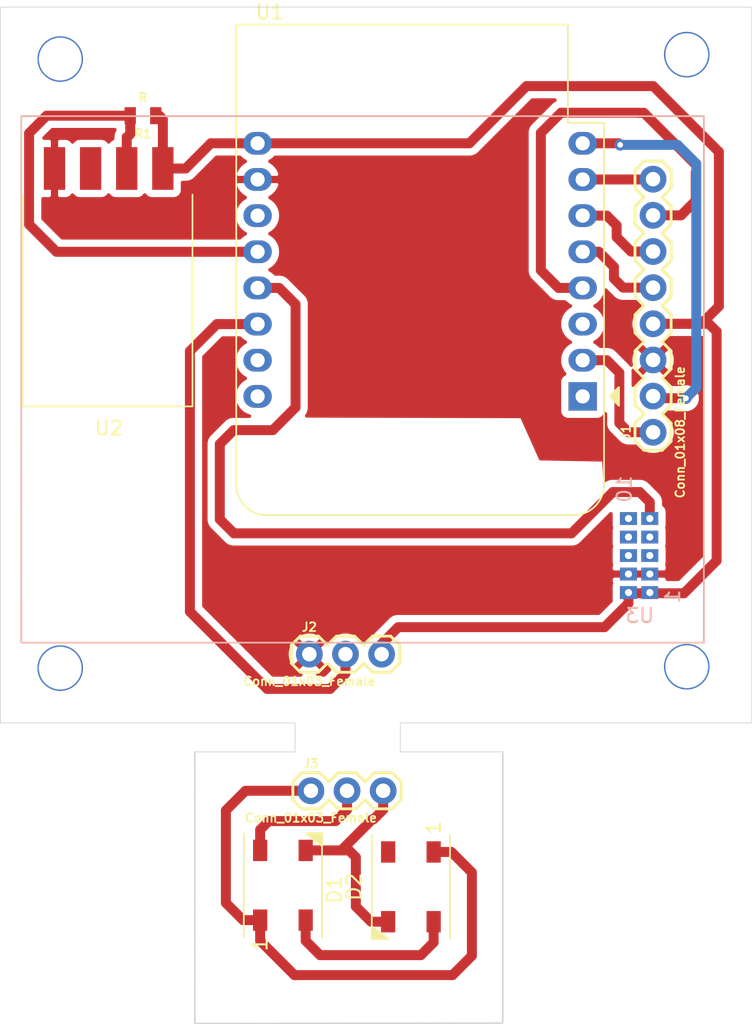
<source format=kicad_pcb>
(kicad_pcb (version 20171130) (host pcbnew 5.1.2)

  (general
    (thickness 1.6)
    (drawings 12)
    (tracks 127)
    (zones 0)
    (modules 15)
    (nets 25)
  )

  (page A4)
  (layers
    (0 F.Cu signal)
    (31 B.Cu signal)
    (32 B.Adhes user)
    (33 F.Adhes user)
    (34 B.Paste user)
    (35 F.Paste user)
    (36 B.SilkS user)
    (37 F.SilkS user)
    (38 B.Mask user)
    (39 F.Mask user)
    (40 Dwgs.User user)
    (41 Cmts.User user)
    (42 Eco1.User user)
    (43 Eco2.User user)
    (44 Edge.Cuts user)
    (45 Margin user)
    (46 B.CrtYd user)
    (47 F.CrtYd user)
    (48 B.Fab user)
    (49 F.Fab user)
  )

  (setup
    (last_trace_width 0.25)
    (user_trace_width 0.7)
    (trace_clearance 0.2)
    (zone_clearance 0.508)
    (zone_45_only no)
    (trace_min 0.2)
    (via_size 0.8)
    (via_drill 0.4)
    (via_min_size 0.4)
    (via_min_drill 0.3)
    (uvia_size 0.3)
    (uvia_drill 0.1)
    (uvias_allowed no)
    (uvia_min_size 0.2)
    (uvia_min_drill 0.1)
    (edge_width 0.05)
    (segment_width 0.2)
    (pcb_text_width 0.3)
    (pcb_text_size 1.5 1.5)
    (mod_edge_width 0.12)
    (mod_text_size 1 1)
    (mod_text_width 0.15)
    (pad_size 0.8128 0.8128)
    (pad_drill 0.8)
    (pad_to_mask_clearance 0.051)
    (solder_mask_min_width 0.25)
    (aux_axis_origin 85.2 103.6)
    (visible_elements FFFFFF7F)
    (pcbplotparams
      (layerselection 0x3ffff_ffffffff)
      (usegerberextensions false)
      (usegerberattributes false)
      (usegerberadvancedattributes false)
      (creategerberjobfile false)
      (gerberprecision 5)
      (excludeedgelayer false)
      (linewidth 0.100000)
      (plotframeref false)
      (viasonmask false)
      (mode 1)
      (useauxorigin true)
      (hpglpennumber 1)
      (hpglpenspeed 20)
      (hpglpendiameter 15.000000)
      (psnegative false)
      (psa4output false)
      (plotreference false)
      (plotvalue false)
      (plotinvisibletext false)
      (padsonsilk true)
      (subtractmaskfromsilk false)
      (outputformat 1)
      (mirror false)
      (drillshape 0)
      (scaleselection 1)
      (outputdirectory "Gerbers/"))
  )

  (net 0 "")
  (net 1 +5V)
  (net 2 "Net-(D1-Pad2)")
  (net 3 GND)
  (net 4 "Net-(D2-Pad2)")
  (net 5 "Net-(U1-Pad1)")
  (net 6 "Net-(U1-Pad3)")
  (net 7 "Net-(U1-Pad11)")
  (net 8 "Net-(U1-Pad15)")
  (net 9 "Net-(U1-Pad16)")
  (net 10 "Net-(U2-Pad3)")
  (net 11 "Net-(U3-Pad5)")
  (net 12 "Net-(U3-Pad6)")
  (net 13 "Net-(U3-Pad7)")
  (net 14 "Net-(U3-Pad8)")
  (net 15 "Net-(U3-Pad10)")
  (net 16 "Net-(J1-Pad1)")
  (net 17 "Net-(J1-Pad2)")
  (net 18 /CS)
  (net 19 /MISO)
  (net 20 /D1)
  (net 21 /SCK)
  (net 22 /MOSI)
  (net 23 /D3)
  (net 24 /D2)

  (net_class Default "Esta es la clase de red por defecto."
    (clearance 0.2)
    (trace_width 0.25)
    (via_dia 0.8)
    (via_drill 0.4)
    (uvia_dia 0.3)
    (uvia_drill 0.1)
    (add_net +5V)
    (add_net /CS)
    (add_net /D1)
    (add_net /D2)
    (add_net /D3)
    (add_net /MISO)
    (add_net /MOSI)
    (add_net /SCK)
    (add_net GND)
    (add_net "Net-(D1-Pad2)")
    (add_net "Net-(D2-Pad2)")
    (add_net "Net-(J1-Pad1)")
    (add_net "Net-(J1-Pad2)")
    (add_net "Net-(U1-Pad1)")
    (add_net "Net-(U1-Pad11)")
    (add_net "Net-(U1-Pad15)")
    (add_net "Net-(U1-Pad16)")
    (add_net "Net-(U1-Pad3)")
    (add_net "Net-(U2-Pad3)")
    (add_net "Net-(U3-Pad10)")
    (add_net "Net-(U3-Pad5)")
    (add_net "Net-(U3-Pad6)")
    (add_net "Net-(U3-Pad7)")
    (add_net "Net-(U3-Pad8)")
  )

  (module Connectors:1X01_POGOPIN_HOLE_0.58_DIA (layer F.Cu) (tedit 5D043ED5) (tstamp 5D049C19)
    (at 108.1 83.1)
    (descr "POGO PIN HOLE - 0.58\"")
    (tags "POGO PIN HOLE - 0.58\"")
    (attr virtual)
    (fp_text reference >NAME (at 0.254 -1.4478) (layer F.SilkS) hide
      (effects (font (size 0.6096 0.6096) (thickness 0.127)))
    )
    (fp_text value >VALUE (at 0.5588 1.4732) (layer F.SilkS) hide
      (effects (font (size 0.6096 0.6096) (thickness 0.127)))
    )
    (fp_circle (center 0 0) (end 0 -0.635) (layer Dwgs.User) (width 0.127))
    (pad "" np_thru_hole circle (at 0 0) (size 0.8128 0.8128) (drill 0.8) (layers *.Cu *.Mask)
      (solder_mask_margin 0.1016))
    (pad "" np_thru_hole circle (at 0 0) (size 1.4732 1.4732) (drill 1.4732) (layers *.Cu *.Mask)
      (solder_mask_margin 0.1016))
  )

  (module Connectors:1X01_POGOPIN_HOLE_0.58_DIA (layer F.Cu) (tedit 5D043ED5) (tstamp 5D049C69)
    (at 111.125 83.1)
    (descr "POGO PIN HOLE - 0.58\"")
    (tags "POGO PIN HOLE - 0.58\"")
    (attr virtual)
    (fp_text reference >NAME (at 0.254 -1.4478) (layer F.SilkS) hide
      (effects (font (size 0.6096 0.6096) (thickness 0.127)))
    )
    (fp_text value >VALUE (at 0.5588 1.4732) (layer F.SilkS) hide
      (effects (font (size 0.6096 0.6096) (thickness 0.127)))
    )
    (fp_circle (center 0 0) (end 0 -0.635) (layer Dwgs.User) (width 0.127))
    (pad "" np_thru_hole circle (at 0 0) (size 1.4732 1.4732) (drill 1.4732) (layers *.Cu *.Mask)
      (solder_mask_margin 0.1016))
    (pad "" np_thru_hole circle (at 0 0) (size 0.8128 0.8128) (drill 0.8) (layers *.Cu *.Mask)
      (solder_mask_margin 0.1016))
  )

  (module MiscLib:LED_WS2812B_PLCC4_5.0x5.0mm_P3.2mm (layer F.Cu) (tedit 5CAF831E) (tstamp 5D057ABF)
    (at 105.07 93.795 90)
    (descr https://cdn-shop.adafruit.com/datasheets/WS2812B.pdf)
    (tags "LED RGB NeoPixel")
    (path /5CAEA12F)
    (attr smd)
    (fp_text reference D1 (at -0.32 3.61 90) (layer F.SilkS)
      (effects (font (size 1 1) (thickness 0.15)))
    )
    (fp_text value WS2812B (at 0 4 90) (layer F.Fab) hide
      (effects (font (size 1 1) (thickness 0.15)))
    )
    (fp_poly (pts (xy 3.6195 1.6129) (xy 2.7305 2.7686) (xy 3.683 2.7686) (xy 3.6703 1.6637)) (layer F.SilkS) (width 0.1))
    (fp_text user 1 (at -4.15 -1.6 90) (layer F.SilkS)
      (effects (font (size 1 1) (thickness 0.15)))
    )
    (fp_text user %R (at 0 0 90) (layer F.Fab)
      (effects (font (size 0.8 0.8) (thickness 0.15)))
    )
    (fp_line (start 3.45 -2.75) (end -3.45 -2.75) (layer F.CrtYd) (width 0.05))
    (fp_line (start 3.45 2.75) (end 3.45 -2.75) (layer F.CrtYd) (width 0.05))
    (fp_line (start -3.45 2.75) (end 3.45 2.75) (layer F.CrtYd) (width 0.05))
    (fp_line (start -3.45 -2.75) (end -3.45 2.75) (layer F.CrtYd) (width 0.05))
    (fp_line (start 2.5 1.5) (end 1.5 2.5) (layer F.Fab) (width 0.1))
    (fp_line (start -2.5 -2.5) (end -2.5 2.5) (layer F.Fab) (width 0.1))
    (fp_line (start -2.5 2.5) (end 2.5 2.5) (layer F.Fab) (width 0.1))
    (fp_line (start 2.5 2.5) (end 2.5 -2.5) (layer F.Fab) (width 0.1))
    (fp_line (start 2.5 -2.5) (end -2.5 -2.5) (layer F.Fab) (width 0.1))
    (fp_line (start -3.65 -2.75) (end 3.65 -2.75) (layer F.SilkS) (width 0.12))
    (fp_line (start -3.65 2.75) (end 3.65 2.75) (layer F.SilkS) (width 0.12))
    (fp_line (start 3.65 2.75) (end 3.65 1.6) (layer F.SilkS) (width 0.12))
    (fp_circle (center 0 0) (end 0 -2) (layer F.Fab) (width 0.1))
    (pad 3 smd rect (at 2.45 1.6 90) (size 1.5 1) (layers F.Cu F.Paste F.Mask)
      (net 3 GND))
    (pad 4 smd rect (at 2.45 -1.6 90) (size 1.5 1) (layers F.Cu F.Paste F.Mask)
      (net 20 /D1))
    (pad 2 smd rect (at -2.45 1.6 90) (size 1.5 1) (layers F.Cu F.Paste F.Mask)
      (net 2 "Net-(D1-Pad2)"))
    (pad 1 smd rect (at -2.45 -1.6 90) (size 1.5 1) (layers F.Cu F.Paste F.Mask)
      (net 1 +5V))
    (model ${KISYS3DMOD}/LED_SMD.3dshapes/LED_WS2812B_PLCC4_5.0x5.0mm_P3.2mm.wrl
      (at (xyz 0 0 0))
      (scale (xyz 1 1 1))
      (rotate (xyz 0 0 0))
    )
  )

  (module MiscLib:LED_WS2812B_PLCC4_5.0x5.0mm_P3.2mm (layer F.Cu) (tedit 5CAF831E) (tstamp 5D057A7A)
    (at 114.07 93.905 270)
    (descr https://cdn-shop.adafruit.com/datasheets/WS2812B.pdf)
    (tags "LED RGB NeoPixel")
    (path /5CAE909A)
    (attr smd)
    (fp_text reference D2 (at 0 4 90) (layer F.SilkS)
      (effects (font (size 1 1) (thickness 0.15)))
    )
    (fp_text value WS2812B (at 0 4 90) (layer F.Fab) hide
      (effects (font (size 1 1) (thickness 0.15)))
    )
    (fp_poly (pts (xy 3.6195 1.6129) (xy 2.7305 2.7686) (xy 3.683 2.7686) (xy 3.6703 1.6637)) (layer F.SilkS) (width 0.1))
    (fp_text user 1 (at -4.15 -1.6 90) (layer F.SilkS)
      (effects (font (size 1 1) (thickness 0.15)))
    )
    (fp_text user %R (at 0 0 270) (layer F.Fab)
      (effects (font (size 0.8 0.8) (thickness 0.15)))
    )
    (fp_line (start 3.45 -2.75) (end -3.45 -2.75) (layer F.CrtYd) (width 0.05))
    (fp_line (start 3.45 2.75) (end 3.45 -2.75) (layer F.CrtYd) (width 0.05))
    (fp_line (start -3.45 2.75) (end 3.45 2.75) (layer F.CrtYd) (width 0.05))
    (fp_line (start -3.45 -2.75) (end -3.45 2.75) (layer F.CrtYd) (width 0.05))
    (fp_line (start 2.5 1.5) (end 1.5 2.5) (layer F.Fab) (width 0.1))
    (fp_line (start -2.5 -2.5) (end -2.5 2.5) (layer F.Fab) (width 0.1))
    (fp_line (start -2.5 2.5) (end 2.5 2.5) (layer F.Fab) (width 0.1))
    (fp_line (start 2.5 2.5) (end 2.5 -2.5) (layer F.Fab) (width 0.1))
    (fp_line (start 2.5 -2.5) (end -2.5 -2.5) (layer F.Fab) (width 0.1))
    (fp_line (start -3.65 -2.75) (end 3.65 -2.75) (layer F.SilkS) (width 0.12))
    (fp_line (start -3.65 2.75) (end 3.65 2.75) (layer F.SilkS) (width 0.12))
    (fp_line (start 3.65 2.75) (end 3.65 1.6) (layer F.SilkS) (width 0.12))
    (fp_circle (center 0 0) (end 0 -2) (layer F.Fab) (width 0.1))
    (pad 3 smd rect (at 2.45 1.6 270) (size 1.5 1) (layers F.Cu F.Paste F.Mask)
      (net 3 GND))
    (pad 4 smd rect (at 2.45 -1.6 270) (size 1.5 1) (layers F.Cu F.Paste F.Mask)
      (net 2 "Net-(D1-Pad2)"))
    (pad 2 smd rect (at -2.45 1.6 270) (size 1.5 1) (layers F.Cu F.Paste F.Mask)
      (net 4 "Net-(D2-Pad2)"))
    (pad 1 smd rect (at -2.45 -1.6 270) (size 1.5 1) (layers F.Cu F.Paste F.Mask)
      (net 1 +5V))
    (model ${KISYS3DMOD}/LED_SMD.3dshapes/LED_WS2812B_PLCC4_5.0x5.0mm_P3.2mm.wrl
      (at (xyz 0 0 0))
      (scale (xyz 1 1 1))
      (rotate (xyz 0 0 0))
    )
  )

  (module Connectors:1X03 (layer F.Cu) (tedit 200000) (tstamp 5D057A17)
    (at 107.04 87.155)
    (descr "PLATED THROUGH HOLE - 3 PIN")
    (tags "PLATED THROUGH HOLE - 3 PIN")
    (path /5CD7D28C)
    (attr virtual)
    (fp_text reference J3 (at 0 -1.905) (layer F.SilkS)
      (effects (font (size 0.6096 0.6096) (thickness 0.127)))
    )
    (fp_text value Conn_01x03_Female (at 0 1.905) (layer F.SilkS)
      (effects (font (size 0.6096 0.6096) (thickness 0.127)))
    )
    (fp_line (start 4.826 0.254) (end 5.334 0.254) (layer Dwgs.User) (width 0.06604))
    (fp_line (start 5.334 0.254) (end 5.334 -0.254) (layer Dwgs.User) (width 0.06604))
    (fp_line (start 4.826 -0.254) (end 5.334 -0.254) (layer Dwgs.User) (width 0.06604))
    (fp_line (start 4.826 0.254) (end 4.826 -0.254) (layer Dwgs.User) (width 0.06604))
    (fp_line (start 2.286 0.254) (end 2.794 0.254) (layer Dwgs.User) (width 0.06604))
    (fp_line (start 2.794 0.254) (end 2.794 -0.254) (layer Dwgs.User) (width 0.06604))
    (fp_line (start 2.286 -0.254) (end 2.794 -0.254) (layer Dwgs.User) (width 0.06604))
    (fp_line (start 2.286 0.254) (end 2.286 -0.254) (layer Dwgs.User) (width 0.06604))
    (fp_line (start -0.254 0.254) (end 0.254 0.254) (layer Dwgs.User) (width 0.06604))
    (fp_line (start 0.254 0.254) (end 0.254 -0.254) (layer Dwgs.User) (width 0.06604))
    (fp_line (start -0.254 -0.254) (end 0.254 -0.254) (layer Dwgs.User) (width 0.06604))
    (fp_line (start -0.254 0.254) (end -0.254 -0.254) (layer Dwgs.User) (width 0.06604))
    (fp_line (start 3.81 -0.635) (end 4.445 -1.27) (layer F.SilkS) (width 0.2032))
    (fp_line (start 4.445 -1.27) (end 5.715 -1.27) (layer F.SilkS) (width 0.2032))
    (fp_line (start 5.715 -1.27) (end 6.35 -0.635) (layer F.SilkS) (width 0.2032))
    (fp_line (start 6.35 0.635) (end 5.715 1.27) (layer F.SilkS) (width 0.2032))
    (fp_line (start 5.715 1.27) (end 4.445 1.27) (layer F.SilkS) (width 0.2032))
    (fp_line (start 4.445 1.27) (end 3.81 0.635) (layer F.SilkS) (width 0.2032))
    (fp_line (start -0.635 -1.27) (end 0.635 -1.27) (layer F.SilkS) (width 0.2032))
    (fp_line (start 0.635 -1.27) (end 1.27 -0.635) (layer F.SilkS) (width 0.2032))
    (fp_line (start 1.27 0.635) (end 0.635 1.27) (layer F.SilkS) (width 0.2032))
    (fp_line (start 1.27 -0.635) (end 1.905 -1.27) (layer F.SilkS) (width 0.2032))
    (fp_line (start 1.905 -1.27) (end 3.175 -1.27) (layer F.SilkS) (width 0.2032))
    (fp_line (start 3.175 -1.27) (end 3.81 -0.635) (layer F.SilkS) (width 0.2032))
    (fp_line (start 3.81 0.635) (end 3.175 1.27) (layer F.SilkS) (width 0.2032))
    (fp_line (start 3.175 1.27) (end 1.905 1.27) (layer F.SilkS) (width 0.2032))
    (fp_line (start 1.905 1.27) (end 1.27 0.635) (layer F.SilkS) (width 0.2032))
    (fp_line (start -1.27 -0.635) (end -1.27 0.635) (layer F.SilkS) (width 0.2032))
    (fp_line (start -0.635 -1.27) (end -1.27 -0.635) (layer F.SilkS) (width 0.2032))
    (fp_line (start -1.27 0.635) (end -0.635 1.27) (layer F.SilkS) (width 0.2032))
    (fp_line (start 0.635 1.27) (end -0.635 1.27) (layer F.SilkS) (width 0.2032))
    (fp_line (start 6.35 -0.635) (end 6.35 0.635) (layer F.SilkS) (width 0.2032))
    (pad 1 thru_hole circle (at 0 0) (size 1.8796 1.8796) (drill 1.016) (layers *.Cu *.Mask)
      (net 1 +5V) (solder_mask_margin 0.1016))
    (pad 2 thru_hole circle (at 2.54 0) (size 1.8796 1.8796) (drill 1.016) (layers *.Cu *.Mask)
      (net 20 /D1) (solder_mask_margin 0.1016))
    (pad 3 thru_hole circle (at 5.08 0) (size 1.8796 1.8796) (drill 1.016) (layers *.Cu *.Mask)
      (net 3 GND) (solder_mask_margin 0.1016))
  )

  (module Connectors:PAD.03X.04 (layer F.Cu) (tedit 5CD6F061) (tstamp 5CD6F3F0)
    (at 89.41 78.54)
    (descr "ELECTRICALLY CONDUCTIVE PAD 0.04\" CIRCLE")
    (tags "ELECTRICALLY CONDUCTIVE PAD 0.04\" CIRCLE")
    (attr smd)
    (fp_text reference Ref** (at 0 -1.143) (layer F.SilkS) hide
      (effects (font (size 0.6096 0.6096) (thickness 0.127)))
    )
    (fp_text value Val** (at 0 1.143) (layer F.SilkS) hide
      (effects (font (size 0.6096 0.6096) (thickness 0.127)))
    )
    (pad "" np_thru_hole circle (at 0 0) (size 3.2 3.2) (drill 3) (layers *.Cu *.Mask)
      (solder_mask_margin 0.1016))
  )

  (module Connectors:PAD.03X.04 (layer F.Cu) (tedit 5CD6F061) (tstamp 5CD6F3E8)
    (at 133.47 78.44)
    (descr "ELECTRICALLY CONDUCTIVE PAD 0.04\" CIRCLE")
    (tags "ELECTRICALLY CONDUCTIVE PAD 0.04\" CIRCLE")
    (attr smd)
    (fp_text reference Ref** (at 0 -1.143) (layer F.SilkS) hide
      (effects (font (size 0.6096 0.6096) (thickness 0.127)))
    )
    (fp_text value Val** (at 0 1.143) (layer F.SilkS) hide
      (effects (font (size 0.6096 0.6096) (thickness 0.127)))
    )
    (pad "" np_thru_hole circle (at 0 0) (size 3.2 3.2) (drill 3) (layers *.Cu *.Mask)
      (solder_mask_margin 0.1016))
  )

  (module Connectors:PAD.03X.04 (layer F.Cu) (tedit 5CD6F061) (tstamp 5CD6F3E0)
    (at 133.47 35.44)
    (descr "ELECTRICALLY CONDUCTIVE PAD 0.04\" CIRCLE")
    (tags "ELECTRICALLY CONDUCTIVE PAD 0.04\" CIRCLE")
    (attr smd)
    (fp_text reference Ref** (at 0 -1.143) (layer F.SilkS) hide
      (effects (font (size 0.6096 0.6096) (thickness 0.127)))
    )
    (fp_text value Val** (at 0 1.143) (layer F.SilkS) hide
      (effects (font (size 0.6096 0.6096) (thickness 0.127)))
    )
    (pad "" np_thru_hole circle (at 0 0) (size 3.2 3.2) (drill 3) (layers *.Cu *.Mask)
      (solder_mask_margin 0.1016))
  )

  (module Connectors:PAD.03X.04 (layer F.Cu) (tedit 5CD6F061) (tstamp 5CD6F31B)
    (at 89.41 35.75)
    (descr "ELECTRICALLY CONDUCTIVE PAD 0.04\" CIRCLE")
    (tags "ELECTRICALLY CONDUCTIVE PAD 0.04\" CIRCLE")
    (attr smd)
    (fp_text reference Ref** (at 0 -1.143) (layer F.SilkS) hide
      (effects (font (size 0.6096 0.6096) (thickness 0.127)))
    )
    (fp_text value Val** (at 0 1.143) (layer F.SilkS) hide
      (effects (font (size 0.6096 0.6096) (thickness 0.127)))
    )
    (pad "" np_thru_hole circle (at 0 0) (size 3.2 3.2) (drill 3) (layers *.Cu *.Mask)
      (solder_mask_margin 0.1016))
  )

  (module Module:WEMOS_D1_mini_light (layer F.Cu) (tedit 5BBFB1CE) (tstamp 5CAFE388)
    (at 126.15 59.45 180)
    (descr "16-pin module, column spacing 22.86 mm (900 mils), https://wiki.wemos.cc/products:d1:d1_mini, https://c1.staticflickr.com/1/734/31400410271_f278b087db_z.jpg")
    (tags "ESP8266 WiFi microcontroller")
    (path /5CAE606E)
    (fp_text reference U1 (at 22 27 180) (layer F.SilkS)
      (effects (font (size 1 1) (thickness 0.15)))
    )
    (fp_text value WeMos_D1_mini (at 11.7 0 180) (layer F.Fab)
      (effects (font (size 1 1) (thickness 0.15)))
    )
    (fp_text user "No copper" (at 11.43 -3.81 180) (layer Cmts.User)
      (effects (font (size 1 1) (thickness 0.15)))
    )
    (fp_text user "KEEP OUT" (at 11.43 -6.35 180) (layer Cmts.User)
      (effects (font (size 1 1) (thickness 0.15)))
    )
    (fp_arc (start 22.23 -6.21) (end 24.36 -6.21) (angle -90) (layer F.SilkS) (width 0.12))
    (fp_arc (start 0.63 -6.21) (end 0.63 -8.34) (angle -90) (layer F.SilkS) (width 0.12))
    (fp_line (start 1.04 19.22) (end 1.04 26.12) (layer F.SilkS) (width 0.12))
    (fp_line (start -1.5 19.22) (end 1.04 19.22) (layer F.SilkS) (width 0.12))
    (fp_arc (start 22.23 -6.21) (end 24.23 -6.19) (angle -90) (layer F.Fab) (width 0.1))
    (fp_arc (start 0.63 -6.21) (end 0.63 -8.21) (angle -90) (layer F.Fab) (width 0.1))
    (fp_line (start -0.37 0) (end -1.37 -1) (layer F.Fab) (width 0.1))
    (fp_line (start -1.37 1) (end -0.37 0) (layer F.Fab) (width 0.1))
    (fp_line (start -1.37 -6.21) (end -1.37 -1) (layer F.Fab) (width 0.1))
    (fp_line (start 1.17 19.09) (end 1.17 25.99) (layer F.Fab) (width 0.1))
    (fp_line (start -1.37 19.09) (end 1.17 19.09) (layer F.Fab) (width 0.1))
    (fp_line (start -1.35 -7.4) (end -0.55 -8.2) (layer Dwgs.User) (width 0.1))
    (fp_line (start -1.3 -5.45) (end 1.45 -8.2) (layer Dwgs.User) (width 0.1))
    (fp_line (start -1.35 -3.4) (end 3.45 -8.2) (layer Dwgs.User) (width 0.1))
    (fp_line (start 22.65 -1.4) (end 24.25 -3) (layer Dwgs.User) (width 0.1))
    (fp_line (start 20.65 -1.4) (end 24.25 -5) (layer Dwgs.User) (width 0.1))
    (fp_line (start 18.65 -1.4) (end 24.25 -7) (layer Dwgs.User) (width 0.1))
    (fp_line (start 16.65 -1.4) (end 23.45 -8.2) (layer Dwgs.User) (width 0.1))
    (fp_line (start 14.65 -1.4) (end 21.45 -8.2) (layer Dwgs.User) (width 0.1))
    (fp_line (start 12.65 -1.4) (end 19.45 -8.2) (layer Dwgs.User) (width 0.1))
    (fp_line (start 10.65 -1.4) (end 17.45 -8.2) (layer Dwgs.User) (width 0.1))
    (fp_line (start 8.65 -1.4) (end 15.45 -8.2) (layer Dwgs.User) (width 0.1))
    (fp_line (start 6.65 -1.4) (end 13.45 -8.2) (layer Dwgs.User) (width 0.1))
    (fp_line (start 4.65 -1.4) (end 11.45 -8.2) (layer Dwgs.User) (width 0.1))
    (fp_line (start 2.65 -1.4) (end 9.45 -8.2) (layer Dwgs.User) (width 0.1))
    (fp_line (start 0.65 -1.4) (end 7.45 -8.2) (layer Dwgs.User) (width 0.1))
    (fp_line (start -1.35 -1.4) (end 5.45 -8.2) (layer Dwgs.User) (width 0.1))
    (fp_line (start -1.35 -8.2) (end -1.35 -1.4) (layer Dwgs.User) (width 0.1))
    (fp_line (start 24.25 -8.2) (end -1.35 -8.2) (layer Dwgs.User) (width 0.1))
    (fp_line (start 24.25 -1.4) (end 24.25 -8.2) (layer Dwgs.User) (width 0.1))
    (fp_line (start -1.35 -1.4) (end 24.25 -1.4) (layer Dwgs.User) (width 0.1))
    (fp_poly (pts (xy -2.54 -0.635) (xy -2.54 0.635) (xy -1.905 0)) (layer F.SilkS) (width 0.15))
    (fp_line (start -1.62 26.24) (end -1.62 -8.46) (layer F.CrtYd) (width 0.05))
    (fp_line (start 24.48 26.24) (end -1.62 26.24) (layer F.CrtYd) (width 0.05))
    (fp_line (start 24.48 -8.41) (end 24.48 26.24) (layer F.CrtYd) (width 0.05))
    (fp_line (start -1.62 -8.46) (end 24.48 -8.46) (layer F.CrtYd) (width 0.05))
    (fp_text user %R (at 11.43 10 180) (layer F.Fab)
      (effects (font (size 1 1) (thickness 0.15)))
    )
    (fp_line (start -1.37 1) (end -1.37 19.09) (layer F.Fab) (width 0.1))
    (fp_line (start 22.23 -8.21) (end 0.63 -8.21) (layer F.Fab) (width 0.1))
    (fp_line (start 24.23 25.99) (end 24.23 -6.21) (layer F.Fab) (width 0.1))
    (fp_line (start 1.17 25.99) (end 24.23 25.99) (layer F.Fab) (width 0.1))
    (fp_line (start 22.24 -8.34) (end 0.63 -8.34) (layer F.SilkS) (width 0.12))
    (fp_line (start 24.36 26.12) (end 24.36 -6.21) (layer F.SilkS) (width 0.12))
    (fp_line (start -1.5 19.22) (end -1.5 -6.21) (layer F.SilkS) (width 0.12))
    (fp_line (start 1.04 26.12) (end 24.36 26.12) (layer F.SilkS) (width 0.12))
    (pad 16 thru_hole oval (at 22.86 0 180) (size 2 1.6) (drill 1) (layers *.Cu *.Mask)
      (net 9 "Net-(U1-Pad16)"))
    (pad 15 thru_hole oval (at 22.86 2.54 180) (size 2 1.6) (drill 1) (layers *.Cu *.Mask)
      (net 8 "Net-(U1-Pad15)"))
    (pad 14 thru_hole oval (at 22.86 5.08 180) (size 2 1.6) (drill 1) (layers *.Cu *.Mask)
      (net 20 /D1))
    (pad 13 thru_hole oval (at 22.86 7.62 180) (size 2 1.6) (drill 1) (layers *.Cu *.Mask)
      (net 24 /D2))
    (pad 12 thru_hole oval (at 22.86 10.16 180) (size 2 1.6) (drill 1) (layers *.Cu *.Mask)
      (net 23 /D3))
    (pad 11 thru_hole oval (at 22.86 12.7 180) (size 2 1.6) (drill 1) (layers *.Cu *.Mask)
      (net 7 "Net-(U1-Pad11)"))
    (pad 10 thru_hole oval (at 22.86 15.24 180) (size 2 1.6) (drill 1) (layers *.Cu *.Mask)
      (net 3 GND))
    (pad 9 thru_hole oval (at 22.86 17.78 180) (size 2 1.6) (drill 1) (layers *.Cu *.Mask)
      (net 1 +5V))
    (pad 8 thru_hole oval (at 0 17.78 180) (size 2 1.6) (drill 1) (layers *.Cu *.Mask)
      (net 17 "Net-(J1-Pad2)"))
    (pad 7 thru_hole oval (at 0 15.24 180) (size 2 1.6) (drill 1) (layers *.Cu *.Mask)
      (net 18 /CS))
    (pad 6 thru_hole oval (at 0 12.7 180) (size 2 1.6) (drill 1) (layers *.Cu *.Mask)
      (net 22 /MOSI))
    (pad 5 thru_hole oval (at 0 10.16 180) (size 2 1.6) (drill 1) (layers *.Cu *.Mask)
      (net 19 /MISO))
    (pad 4 thru_hole oval (at 0 7.62 180) (size 2 1.6) (drill 1) (layers *.Cu *.Mask)
      (net 21 /SCK))
    (pad 3 thru_hole oval (at 0 5.08 180) (size 2 1.6) (drill 1) (layers *.Cu *.Mask)
      (net 6 "Net-(U1-Pad3)"))
    (pad 1 thru_hole rect (at 0 0 180) (size 2 2) (drill 1) (layers *.Cu *.Mask)
      (net 5 "Net-(U1-Pad1)"))
    (pad 2 thru_hole oval (at 0 2.54 180) (size 2 1.6) (drill 1) (layers *.Cu *.Mask)
      (net 16 "Net-(J1-Pad1)"))
    (model ${KISYS3DMOD}/Module.3dshapes/WEMOS_D1_mini_light.wrl
      (at (xyz 0 0 0))
      (scale (xyz 1 1 1))
      (rotate (xyz 0 0 0))
    )
    (model ${KISYS3DMOD}/Connector_PinHeader_2.54mm.3dshapes/PinHeader_1x08_P2.54mm_Vertical.wrl
      (offset (xyz 0 0 9.5))
      (scale (xyz 1 1 1))
      (rotate (xyz 0 -180 0))
    )
    (model ${KISYS3DMOD}/Connector_PinHeader_2.54mm.3dshapes/PinHeader_1x08_P2.54mm_Vertical.wrl
      (offset (xyz 22.86 0 9.5))
      (scale (xyz 1 1 1))
      (rotate (xyz 0 -180 0))
    )
    (model ${KISYS3DMOD}/Connector_PinSocket_2.54mm.3dshapes/PinSocket_1x08_P2.54mm_Vertical.wrl
      (at (xyz 0 0 0))
      (scale (xyz 1 1 1))
      (rotate (xyz 0 0 0))
    )
    (model ${KISYS3DMOD}/Connector_PinSocket_2.54mm.3dshapes/PinSocket_1x08_P2.54mm_Vertical.wrl
      (offset (xyz 22.86 0 0))
      (scale (xyz 1 1 1))
      (rotate (xyz 0 0 0))
    )
  )

  (module Connectors:1X08 (layer F.Cu) (tedit 5963D6A3) (tstamp 5CD6E732)
    (at 131.1 61.97 90)
    (descr "PLATED THROUGH HOLE -8 PIN")
    (tags "PLATED THROUGH HOLE -8 PIN")
    (path /5CD12394)
    (attr virtual)
    (fp_text reference J1 (at 0 -1.905 90) (layer F.SilkS)
      (effects (font (size 0.6096 0.6096) (thickness 0.127)))
    )
    (fp_text value Conn_01x08_Female (at 0 1.905 90) (layer F.SilkS)
      (effects (font (size 0.6096 0.6096) (thickness 0.127)))
    )
    (fp_line (start 18.415 1.27) (end 17.145 1.27) (layer F.SilkS) (width 0.2032))
    (fp_line (start 16.51 0.635) (end 17.145 1.27) (layer F.SilkS) (width 0.2032))
    (fp_line (start 17.145 -1.27) (end 16.51 -0.635) (layer F.SilkS) (width 0.2032))
    (fp_line (start 19.05 0.635) (end 18.415 1.27) (layer F.SilkS) (width 0.2032))
    (fp_line (start 19.05 -0.635) (end 19.05 0.635) (layer F.SilkS) (width 0.2032))
    (fp_line (start 18.415 -1.27) (end 19.05 -0.635) (layer F.SilkS) (width 0.2032))
    (fp_line (start 17.145 -1.27) (end 18.415 -1.27) (layer F.SilkS) (width 0.2032))
    (fp_line (start 0.635 1.27) (end -0.635 1.27) (layer F.SilkS) (width 0.2032))
    (fp_line (start -1.27 0.635) (end -0.635 1.27) (layer F.SilkS) (width 0.2032))
    (fp_line (start -0.635 -1.27) (end -1.27 -0.635) (layer F.SilkS) (width 0.2032))
    (fp_line (start -1.27 -0.635) (end -1.27 0.635) (layer F.SilkS) (width 0.2032))
    (fp_line (start 1.905 1.27) (end 1.27 0.635) (layer F.SilkS) (width 0.2032))
    (fp_line (start 3.175 1.27) (end 1.905 1.27) (layer F.SilkS) (width 0.2032))
    (fp_line (start 3.81 0.635) (end 3.175 1.27) (layer F.SilkS) (width 0.2032))
    (fp_line (start 3.175 -1.27) (end 3.81 -0.635) (layer F.SilkS) (width 0.2032))
    (fp_line (start 1.905 -1.27) (end 3.175 -1.27) (layer F.SilkS) (width 0.2032))
    (fp_line (start 1.27 -0.635) (end 1.905 -1.27) (layer F.SilkS) (width 0.2032))
    (fp_line (start 1.27 0.635) (end 0.635 1.27) (layer F.SilkS) (width 0.2032))
    (fp_line (start 0.635 -1.27) (end 1.27 -0.635) (layer F.SilkS) (width 0.2032))
    (fp_line (start -0.635 -1.27) (end 0.635 -1.27) (layer F.SilkS) (width 0.2032))
    (fp_line (start 8.255 1.27) (end 6.985 1.27) (layer F.SilkS) (width 0.2032))
    (fp_line (start 6.35 0.635) (end 6.985 1.27) (layer F.SilkS) (width 0.2032))
    (fp_line (start 6.985 -1.27) (end 6.35 -0.635) (layer F.SilkS) (width 0.2032))
    (fp_line (start 4.445 1.27) (end 3.81 0.635) (layer F.SilkS) (width 0.2032))
    (fp_line (start 5.715 1.27) (end 4.445 1.27) (layer F.SilkS) (width 0.2032))
    (fp_line (start 6.35 0.635) (end 5.715 1.27) (layer F.SilkS) (width 0.2032))
    (fp_line (start 5.715 -1.27) (end 6.35 -0.635) (layer F.SilkS) (width 0.2032))
    (fp_line (start 4.445 -1.27) (end 5.715 -1.27) (layer F.SilkS) (width 0.2032))
    (fp_line (start 3.81 -0.635) (end 4.445 -1.27) (layer F.SilkS) (width 0.2032))
    (fp_line (start 9.525 1.27) (end 8.89 0.635) (layer F.SilkS) (width 0.2032))
    (fp_line (start 10.795 1.27) (end 9.525 1.27) (layer F.SilkS) (width 0.2032))
    (fp_line (start 11.43 0.635) (end 10.795 1.27) (layer F.SilkS) (width 0.2032))
    (fp_line (start 10.795 -1.27) (end 11.43 -0.635) (layer F.SilkS) (width 0.2032))
    (fp_line (start 9.525 -1.27) (end 10.795 -1.27) (layer F.SilkS) (width 0.2032))
    (fp_line (start 8.89 -0.635) (end 9.525 -1.27) (layer F.SilkS) (width 0.2032))
    (fp_line (start 8.89 0.635) (end 8.255 1.27) (layer F.SilkS) (width 0.2032))
    (fp_line (start 8.255 -1.27) (end 8.89 -0.635) (layer F.SilkS) (width 0.2032))
    (fp_line (start 6.985 -1.27) (end 8.255 -1.27) (layer F.SilkS) (width 0.2032))
    (fp_line (start 15.875 1.27) (end 14.605 1.27) (layer F.SilkS) (width 0.2032))
    (fp_line (start 13.97 0.635) (end 14.605 1.27) (layer F.SilkS) (width 0.2032))
    (fp_line (start 14.605 -1.27) (end 13.97 -0.635) (layer F.SilkS) (width 0.2032))
    (fp_line (start 12.065 1.27) (end 11.43 0.635) (layer F.SilkS) (width 0.2032))
    (fp_line (start 13.335 1.27) (end 12.065 1.27) (layer F.SilkS) (width 0.2032))
    (fp_line (start 13.97 0.635) (end 13.335 1.27) (layer F.SilkS) (width 0.2032))
    (fp_line (start 13.335 -1.27) (end 13.97 -0.635) (layer F.SilkS) (width 0.2032))
    (fp_line (start 12.065 -1.27) (end 13.335 -1.27) (layer F.SilkS) (width 0.2032))
    (fp_line (start 11.43 -0.635) (end 12.065 -1.27) (layer F.SilkS) (width 0.2032))
    (fp_line (start 16.51 0.635) (end 15.875 1.27) (layer F.SilkS) (width 0.2032))
    (fp_line (start 15.875 -1.27) (end 16.51 -0.635) (layer F.SilkS) (width 0.2032))
    (fp_line (start 14.605 -1.27) (end 15.875 -1.27) (layer F.SilkS) (width 0.2032))
    (pad 8 thru_hole circle (at 17.78 0 90) (size 1.8796 1.8796) (drill 1.016) (layers *.Cu *.Mask)
      (net 18 /CS) (solder_mask_margin 0.1016))
    (pad 7 thru_hole circle (at 15.24 0 90) (size 1.8796 1.8796) (drill 1.016) (layers *.Cu *.Mask)
      (net 21 /SCK) (solder_mask_margin 0.1016))
    (pad 6 thru_hole circle (at 12.7 0 90) (size 1.8796 1.8796) (drill 1.016) (layers *.Cu *.Mask)
      (net 22 /MOSI) (solder_mask_margin 0.1016))
    (pad 5 thru_hole circle (at 10.16 0 90) (size 1.8796 1.8796) (drill 1.016) (layers *.Cu *.Mask)
      (net 19 /MISO) (solder_mask_margin 0.1016))
    (pad 4 thru_hole circle (at 7.62 0 90) (size 1.8796 1.8796) (drill 1.016) (layers *.Cu *.Mask)
      (net 1 +5V) (solder_mask_margin 0.1016))
    (pad 3 thru_hole circle (at 5.08 0 90) (size 1.8796 1.8796) (drill 1.016) (layers *.Cu *.Mask)
      (net 3 GND) (solder_mask_margin 0.1016))
    (pad 2 thru_hole circle (at 2.54 0 90) (size 1.8796 1.8796) (drill 1.016) (layers *.Cu *.Mask)
      (net 17 "Net-(J1-Pad2)") (solder_mask_margin 0.1016))
    (pad 1 thru_hole circle (at 0 0 90) (size 1.8796 1.8796) (drill 1.016) (layers *.Cu *.Mask)
      (net 16 "Net-(J1-Pad1)") (solder_mask_margin 0.1016))
  )

  (module MiscLib:PMS7003 (layer B.Cu) (tedit 5CAF92C5) (tstamp 5CD5E840)
    (at 130.17 70.31 90)
    (path /5CAF4D74)
    (fp_text reference U3 (at -4.54 0 180) (layer B.SilkS)
      (effects (font (size 1 1) (thickness 0.15)) (justify mirror))
    )
    (fp_text value PMS7003 (at 0 -2.921 90) (layer B.Fab)
      (effects (font (size 1 1) (thickness 0.15)) (justify mirror))
    )
    (fp_line (start -6.44 -43.4848) (end -6.44 4.5085) (layer B.SilkS) (width 0.12))
    (fp_line (start -6.4389 -43.5) (end 30.5484 -43.4975) (layer B.SilkS) (width 0.12))
    (fp_line (start -3.6449 1.4859) (end 3.0734 1.4859) (layer B.CrtYd) (width 0.05))
    (fp_line (start 3.0734 1.4859) (end 3.0734 -1.5621) (layer B.CrtYd) (width 0.05))
    (fp_line (start -3.6703 -1.5494) (end -3.6703 1.4732) (layer B.CrtYd) (width 0.05))
    (fp_line (start 30.5484 -43.4975) (end 30.5484 4.5085) (layer B.SilkS) (width 0.12))
    (fp_line (start -6.4389 4.5025) (end 30.5562 4.5025) (layer B.SilkS) (width 0.12))
    (fp_text user 1 (at -3.206 2.312 90) (layer B.SilkS)
      (effects (font (size 1 1) (thickness 0.15)) (justify mirror))
    )
    (fp_text user 10 (at 4.344 -1.088 90) (layer B.SilkS)
      (effects (font (size 1 1) (thickness 0.15)) (justify mirror))
    )
    (fp_line (start -3.6449 -1.5621) (end 3.0734 -1.5621) (layer B.CrtYd) (width 0.05))
    (pad 1 thru_hole rect (at -2.921 0.7016 90) (size 0.9 1.2) (drill 0.5) (layers *.Cu *.Mask)
      (net 1 +5V))
    (pad 3 thru_hole rect (at -1.621 0.7016 90) (size 0.9 1.2) (drill 0.5) (layers *.Cu *.Mask)
      (net 3 GND))
    (pad 5 thru_hole rect (at -0.321 0.7016 90) (size 0.9 1.2) (drill 0.5) (layers *.Cu *.Mask)
      (net 11 "Net-(U3-Pad5)"))
    (pad 7 thru_hole rect (at 0.979 0.7016 90) (size 0.9 1.2) (drill 0.5) (layers *.Cu *.Mask)
      (net 13 "Net-(U3-Pad7)"))
    (pad 9 thru_hole rect (at 2.279 0.7016 90) (size 0.9 1.2) (drill 0.5) (layers *.Cu *.Mask)
      (net 24 /D2))
    (pad 2 thru_hole rect (at -2.921 -0.7984 90) (size 0.9 1.2) (drill 0.5) (layers *.Cu *.Mask)
      (net 1 +5V))
    (pad 4 thru_hole rect (at -1.621 -0.7984 90) (size 0.9 1.2) (drill 0.5) (layers *.Cu *.Mask)
      (net 3 GND))
    (pad 6 thru_hole rect (at -0.321 -0.7984 90) (size 0.9 1.2) (drill 0.5) (layers *.Cu *.Mask)
      (net 12 "Net-(U3-Pad6)"))
    (pad 8 thru_hole rect (at 0.979 -0.7984 90) (size 0.9 1.2) (drill 0.5) (layers *.Cu *.Mask)
      (net 14 "Net-(U3-Pad8)"))
    (pad 10 thru_hole rect (at 2.279 -0.7984 90) (size 0.9 1.2) (drill 0.5) (layers *.Cu *.Mask)
      (net 15 "Net-(U3-Pad10)"))
  )

  (module MiscLib:DHT11 (layer F.Cu) (tedit 5CAF5745) (tstamp 5CD6D165)
    (at 92.97 50.5 180)
    (path /5CAE88F5)
    (attr smd)
    (fp_text reference U2 (at 0.127 -11.176 180) (layer F.SilkS)
      (effects (font (size 1 1) (thickness 0.15)))
    )
    (fp_text value DHT11 (at -0.127 9.722 180) (layer F.Fab)
      (effects (font (size 1 1) (thickness 0.15)))
    )
    (fp_line (start 5.334 5.2324) (end -4.8768 5.2324) (layer F.CrtYd) (width 0.05))
    (fp_line (start -5.7404 5.2324) (end -5.7404 -9.6012) (layer F.SilkS) (width 0.12))
    (fp_line (start -4.8768 5.2376) (end -4.8768 8.7376) (layer F.CrtYd) (width 0.05))
    (fp_line (start 6.1976 -9.652) (end -5.7404 -9.652) (layer F.SilkS) (width 0.12))
    (fp_line (start 6.1976 5.1816) (end 6.1976 -9.652) (layer F.SilkS) (width 0.12))
    (fp_line (start 5.334 5.2376) (end 5.334 8.7376) (layer F.CrtYd) (width 0.05))
    (fp_line (start 5.334 8.7376) (end -4.8768 8.7376) (layer F.CrtYd) (width 0.05))
    (pad 1 smd rect (at -3.6576 7.0612) (size 1.5 3) (layers F.Cu F.Paste F.Mask)
      (net 1 +5V))
    (pad 2 smd rect (at -1.1176 7.0612) (size 1.5 3) (layers F.Cu F.Paste F.Mask)
      (net 23 /D3))
    (pad 3 smd rect (at 1.4224 7.0612) (size 1.5 3) (layers F.Cu F.Paste F.Mask)
      (net 10 "Net-(U2-Pad3)"))
    (pad 4 smd rect (at 3.9624 7.0612) (size 1.5 3) (layers F.Cu F.Paste F.Mask)
      (net 3 GND))
  )

  (module Resistors:0805 (layer F.Cu) (tedit 200000) (tstamp 5CD6D0CF)
    (at 95.23084 39.73 180)
    (descr "GENERIC 2012 (0805) PACKAGE")
    (tags "GENERIC 2012 (0805) PACKAGE")
    (path /5CB55EC0)
    (attr smd)
    (fp_text reference R1 (at 0 -1.27) (layer F.SilkS)
      (effects (font (size 0.6096 0.6096) (thickness 0.127)))
    )
    (fp_text value R (at 0 1.27) (layer F.SilkS)
      (effects (font (size 0.6096 0.6096) (thickness 0.127)))
    )
    (fp_line (start -1.4986 0.79756) (end -1.4986 -0.79756) (layer F.CrtYd) (width 0.0508))
    (fp_line (start 1.4986 0.79756) (end -1.4986 0.79756) (layer F.CrtYd) (width 0.0508))
    (fp_line (start 1.4986 -0.79756) (end 1.4986 0.79756) (layer F.CrtYd) (width 0.0508))
    (fp_line (start -1.4986 -0.79756) (end 1.4986 -0.79756) (layer F.CrtYd) (width 0.0508))
    (pad 2 smd rect (at 0.89916 0 180) (size 0.79756 1.19888) (layers F.Cu F.Paste F.Mask)
      (net 23 /D3) (solder_mask_margin 0.1016))
    (pad 1 smd rect (at -0.89916 0 180) (size 0.79756 1.19888) (layers F.Cu F.Paste F.Mask)
      (net 1 +5V) (solder_mask_margin 0.1016))
  )

  (module Connectors:1X03 (layer F.Cu) (tedit 200000) (tstamp 5CD6779D)
    (at 106.93 77.56)
    (descr "PLATED THROUGH HOLE - 3 PIN")
    (tags "PLATED THROUGH HOLE - 3 PIN")
    (path /5CD7F73B)
    (attr virtual)
    (fp_text reference J2 (at 0 -1.905) (layer F.SilkS)
      (effects (font (size 0.6096 0.6096) (thickness 0.127)))
    )
    (fp_text value Conn_01x03_Female (at 0 1.905) (layer F.SilkS)
      (effects (font (size 0.6096 0.6096) (thickness 0.127)))
    )
    (fp_line (start 6.35 -0.635) (end 6.35 0.635) (layer F.SilkS) (width 0.2032))
    (fp_line (start 0.635 1.27) (end -0.635 1.27) (layer F.SilkS) (width 0.2032))
    (fp_line (start -1.27 0.635) (end -0.635 1.27) (layer F.SilkS) (width 0.2032))
    (fp_line (start -0.635 -1.27) (end -1.27 -0.635) (layer F.SilkS) (width 0.2032))
    (fp_line (start -1.27 -0.635) (end -1.27 0.635) (layer F.SilkS) (width 0.2032))
    (fp_line (start 1.905 1.27) (end 1.27 0.635) (layer F.SilkS) (width 0.2032))
    (fp_line (start 3.175 1.27) (end 1.905 1.27) (layer F.SilkS) (width 0.2032))
    (fp_line (start 3.81 0.635) (end 3.175 1.27) (layer F.SilkS) (width 0.2032))
    (fp_line (start 3.175 -1.27) (end 3.81 -0.635) (layer F.SilkS) (width 0.2032))
    (fp_line (start 1.905 -1.27) (end 3.175 -1.27) (layer F.SilkS) (width 0.2032))
    (fp_line (start 1.27 -0.635) (end 1.905 -1.27) (layer F.SilkS) (width 0.2032))
    (fp_line (start 1.27 0.635) (end 0.635 1.27) (layer F.SilkS) (width 0.2032))
    (fp_line (start 0.635 -1.27) (end 1.27 -0.635) (layer F.SilkS) (width 0.2032))
    (fp_line (start -0.635 -1.27) (end 0.635 -1.27) (layer F.SilkS) (width 0.2032))
    (fp_line (start 4.445 1.27) (end 3.81 0.635) (layer F.SilkS) (width 0.2032))
    (fp_line (start 5.715 1.27) (end 4.445 1.27) (layer F.SilkS) (width 0.2032))
    (fp_line (start 6.35 0.635) (end 5.715 1.27) (layer F.SilkS) (width 0.2032))
    (fp_line (start 5.715 -1.27) (end 6.35 -0.635) (layer F.SilkS) (width 0.2032))
    (fp_line (start 4.445 -1.27) (end 5.715 -1.27) (layer F.SilkS) (width 0.2032))
    (fp_line (start 3.81 -0.635) (end 4.445 -1.27) (layer F.SilkS) (width 0.2032))
    (fp_line (start -0.254 0.254) (end -0.254 -0.254) (layer Dwgs.User) (width 0.06604))
    (fp_line (start -0.254 -0.254) (end 0.254 -0.254) (layer Dwgs.User) (width 0.06604))
    (fp_line (start 0.254 0.254) (end 0.254 -0.254) (layer Dwgs.User) (width 0.06604))
    (fp_line (start -0.254 0.254) (end 0.254 0.254) (layer Dwgs.User) (width 0.06604))
    (fp_line (start 2.286 0.254) (end 2.286 -0.254) (layer Dwgs.User) (width 0.06604))
    (fp_line (start 2.286 -0.254) (end 2.794 -0.254) (layer Dwgs.User) (width 0.06604))
    (fp_line (start 2.794 0.254) (end 2.794 -0.254) (layer Dwgs.User) (width 0.06604))
    (fp_line (start 2.286 0.254) (end 2.794 0.254) (layer Dwgs.User) (width 0.06604))
    (fp_line (start 4.826 0.254) (end 4.826 -0.254) (layer Dwgs.User) (width 0.06604))
    (fp_line (start 4.826 -0.254) (end 5.334 -0.254) (layer Dwgs.User) (width 0.06604))
    (fp_line (start 5.334 0.254) (end 5.334 -0.254) (layer Dwgs.User) (width 0.06604))
    (fp_line (start 4.826 0.254) (end 5.334 0.254) (layer Dwgs.User) (width 0.06604))
    (pad 3 thru_hole circle (at 5.08 0) (size 1.8796 1.8796) (drill 1.016) (layers *.Cu *.Mask)
      (net 1 +5V) (solder_mask_margin 0.1016))
    (pad 2 thru_hole circle (at 2.54 0) (size 1.8796 1.8796) (drill 1.016) (layers *.Cu *.Mask)
      (net 20 /D1) (solder_mask_margin 0.1016))
    (pad 1 thru_hole circle (at 0 0) (size 1.8796 1.8796) (drill 1.016) (layers *.Cu *.Mask)
      (net 3 GND) (solder_mask_margin 0.1016))
  )

  (gr_line (start 113.325 82.39) (end 113.325 84.425) (layer Edge.Cuts) (width 0.05) (tstamp 5D057B85))
  (gr_line (start 105.925 84.425) (end 98.875 84.425) (layer Edge.Cuts) (width 0.05) (tstamp 5D05798F))
  (gr_line (start 105.925 82.39) (end 105.925 84.425) (layer Edge.Cuts) (width 0.05) (tstamp 5D057B82))
  (gr_line (start 85.2 82.39) (end 105.925 82.39) (layer Edge.Cuts) (width 0.05) (tstamp 5D057B7F))
  (gr_line (start 113.325 84.425) (end 120.53 84.425) (layer Edge.Cuts) (width 0.05) (tstamp 5D05798C))
  (gr_line (start 138.04 82.39) (end 113.325 82.39) (layer Edge.Cuts) (width 0.05) (tstamp 5D057B7C))
  (gr_line (start 120.53 103.475) (end 98.88 103.505) (layer Edge.Cuts) (width 0.1) (tstamp 5D057989))
  (gr_line (start 98.88 103.505) (end 98.875 84.425) (layer Edge.Cuts) (width 0.1) (tstamp 5D057986))
  (gr_line (start 120.53 84.425) (end 120.53 103.475) (layer Edge.Cuts) (width 0.1) (tstamp 5D057983))
  (gr_line (start 138.04 32.1) (end 85.2 32.1) (layer Edge.Cuts) (width 0.05) (tstamp 5D0578DD))
  (gr_line (start 138.04 82.39) (end 138.04 32.1) (layer Edge.Cuts) (width 0.05) (tstamp 5CD5F14D))
  (gr_line (start 85.2 32.1) (end 85.2 82.39) (layer Edge.Cuts) (width 0.05) (tstamp 5CB00E21))

  (segment (start 103.29 41.67) (end 100 41.67) (width 0.7) (layer F.Cu) (net 1))
  (segment (start 98.2312 43.4388) (end 96.6276 43.4388) (width 0.7) (layer F.Cu) (net 1))
  (segment (start 100 41.67) (end 98.2312 43.4388) (width 0.7) (layer F.Cu) (net 1))
  (segment (start 96.13 39.73) (end 96.38 39.73) (width 0.7) (layer F.Cu) (net 1))
  (segment (start 96.6276 39.9776) (end 96.6276 43.4388) (width 0.7) (layer F.Cu) (net 1))
  (segment (start 96.38 39.73) (end 96.6276 39.9776) (width 0.7) (layer F.Cu) (net 1))
  (segment (start 118.18 41.67) (end 122.2 37.65) (width 0.7) (layer F.Cu) (net 1))
  (segment (start 103.29 41.67) (end 118.18 41.67) (width 0.7) (layer F.Cu) (net 1))
  (segment (start 134.5 54.35) (end 131.1 54.35) (width 0.7) (layer F.Cu) (net 1))
  (segment (start 131.11 37.65) (end 135.73 42.27) (width 0.7) (layer F.Cu) (net 1))
  (segment (start 122.2 37.65) (end 131.11 37.65) (width 0.7) (layer F.Cu) (net 1))
  (segment (start 135.73 42.27) (end 135.73 53.12) (width 0.7) (layer F.Cu) (net 1))
  (segment (start 135.73 53.12) (end 134.5 54.35) (width 0.7) (layer F.Cu) (net 1))
  (segment (start 112.03 76.81) (end 112.01 77.56) (width 0.7) (layer F.Cu) (net 1))
  (segment (start 113.1774 75.6626) (end 112.03 76.81) (width 0.7) (layer F.Cu) (net 1))
  (segment (start 127.6874 75.6626) (end 113.1774 75.6626) (width 0.7) (layer F.Cu) (net 1))
  (segment (start 129.3716 73.231) (end 129.3716 73.9784) (width 0.7) (layer F.Cu) (net 1))
  (segment (start 135.57 54.89) (end 135.57 70.99) (width 0.7) (layer F.Cu) (net 1))
  (segment (start 131.1 54.35) (end 135.03 54.35) (width 0.7) (layer F.Cu) (net 1))
  (segment (start 135.57 70.99) (end 133.28 73.28) (width 0.7) (layer F.Cu) (net 1))
  (segment (start 129.3716 73.9784) (end 127.6874 75.6626) (width 0.7) (layer F.Cu) (net 1))
  (segment (start 135.03 54.35) (end 135.57 54.89) (width 0.7) (layer F.Cu) (net 1))
  (segment (start 133.28 73.28) (end 129.4206 73.28) (width 0.7) (layer F.Cu) (net 1))
  (segment (start 129.4206 73.28) (end 129.3716 73.231) (width 0.7) (layer F.Cu) (net 1))
  (segment (start 117 100.105) (end 118.36 98.745) (width 0.7) (layer F.Cu) (net 1) (tstamp 5D0579EF))
  (segment (start 105.88 100.105) (end 117 100.105) (width 0.7) (layer F.Cu) (net 1) (tstamp 5D0579EC))
  (segment (start 118.36 92.895) (end 116.92 91.455) (width 0.7) (layer F.Cu) (net 1) (tstamp 5D0579E9))
  (segment (start 118.36 98.745) (end 118.36 92.895) (width 0.7) (layer F.Cu) (net 1) (tstamp 5D05799B))
  (segment (start 103.47 96.245) (end 103.47 97.695) (width 0.7) (layer F.Cu) (net 1) (tstamp 5D057998))
  (segment (start 102.27 96.245) (end 103.47 96.245) (width 0.7) (layer F.Cu) (net 1) (tstamp 5D057995))
  (segment (start 107.04 87.155) (end 102.44 87.155) (width 0.7) (layer F.Cu) (net 1) (tstamp 5D057992))
  (segment (start 102.44 87.155) (end 101.06 88.535) (width 0.7) (layer F.Cu) (net 1) (tstamp 5D0579D7))
  (segment (start 103.47 97.695) (end 105.88 100.105) (width 0.7) (layer F.Cu) (net 1) (tstamp 5D0579D4))
  (segment (start 116.92 91.455) (end 115.67 91.455) (width 0.7) (layer F.Cu) (net 1) (tstamp 5D0579D1))
  (segment (start 101.06 95.035) (end 102.27 96.245) (width 0.7) (layer F.Cu) (net 1) (tstamp 5D0579CE))
  (segment (start 101.06 88.535) (end 101.06 95.035) (width 0.7) (layer F.Cu) (net 1) (tstamp 5D0579CB))
  (segment (start 106.67 97.695) (end 107.68 98.705) (width 0.7) (layer F.Cu) (net 2) (tstamp 5D0579C8))
  (segment (start 106.67 96.245) (end 106.67 97.695) (width 0.7) (layer F.Cu) (net 2) (tstamp 5D0579C5))
  (segment (start 107.68 98.705) (end 114.77 98.705) (width 0.7) (layer F.Cu) (net 2) (tstamp 5D0579C2))
  (segment (start 114.77 98.705) (end 115.67 97.805) (width 0.7) (layer F.Cu) (net 2) (tstamp 5D0579BF))
  (segment (start 115.67 97.805) (end 115.67 96.355) (width 0.7) (layer F.Cu) (net 2) (tstamp 5D0579BC))
  (segment (start 111.360923 89.154077) (end 109.17 91.345) (width 0.7) (layer F.Cu) (net 3) (tstamp 5D0579B9))
  (segment (start 109.17 91.345) (end 106.67 91.345) (width 0.7) (layer F.Cu) (net 3) (tstamp 5D0579E6))
  (segment (start 111.45 89.154077) (end 111.360923 89.154077) (width 0.7) (layer F.Cu) (net 3) (tstamp 5D0579E3))
  (segment (start 112.12 87.155) (end 112.12 88.484077) (width 0.7) (layer F.Cu) (net 3) (tstamp 5D0579E0))
  (segment (start 112.12 88.484077) (end 111.45 89.154077) (width 0.7) (layer F.Cu) (net 3) (tstamp 5D0579DD))
  (segment (start 112.47 96.355) (end 111.27 96.355) (width 0.7) (layer F.Cu) (net 3) (tstamp 5D0579DA))
  (segment (start 110.2 91.825) (end 109.72 91.345) (width 0.7) (layer F.Cu) (net 3) (tstamp 5D0579B6))
  (segment (start 111.27 96.355) (end 110.2 95.285) (width 0.7) (layer F.Cu) (net 3) (tstamp 5D0579B3))
  (segment (start 110.2 95.285) (end 110.2 91.825) (width 0.7) (layer F.Cu) (net 3) (tstamp 5D0579B0))
  (segment (start 109.72 91.345) (end 109.17 91.345) (width 0.7) (layer F.Cu) (net 3) (tstamp 5D0579AD))
  (segment (start 128.73 61.32) (end 129.38 61.97) (width 0.7) (layer F.Cu) (net 16))
  (segment (start 128.73 57.79) (end 128.73 61.32) (width 0.7) (layer F.Cu) (net 16))
  (segment (start 129.38 61.97) (end 131.1 61.97) (width 0.7) (layer F.Cu) (net 16))
  (segment (start 126.15 56.91) (end 127.85 56.91) (width 0.7) (layer F.Cu) (net 16))
  (segment (start 127.85 56.91) (end 128.73 57.79) (width 0.7) (layer F.Cu) (net 16))
  (via (at 128.79 41.78) (size 0.8) (drill 0.4) (layers F.Cu B.Cu) (net 17))
  (via (at 133.41 59.58) (size 0.8) (drill 0.4) (layers F.Cu B.Cu) (net 17))
  (segment (start 128.68 41.67) (end 128.79 41.78) (width 0.7) (layer F.Cu) (net 17))
  (segment (start 126.15 41.67) (end 128.68 41.67) (width 0.7) (layer F.Cu) (net 17))
  (segment (start 133.809999 59.180001) (end 133.41 59.58) (width 0.7) (layer B.Cu) (net 17))
  (segment (start 134.14 58.85) (end 133.809999 59.180001) (width 0.7) (layer B.Cu) (net 17))
  (segment (start 132.82 41.78) (end 134.14 43.1) (width 0.7) (layer B.Cu) (net 17))
  (segment (start 134.14 43.1) (end 134.14 58.85) (width 0.7) (layer B.Cu) (net 17))
  (segment (start 128.79 41.78) (end 132.82 41.78) (width 0.7) (layer B.Cu) (net 17))
  (segment (start 131.25 59.58) (end 131.1 59.43) (width 0.7) (layer F.Cu) (net 17))
  (segment (start 133.41 59.58) (end 131.25 59.58) (width 0.7) (layer F.Cu) (net 17))
  (segment (start 131.08 44.21) (end 131.1 44.19) (width 0.7) (layer F.Cu) (net 18))
  (segment (start 126.15 44.21) (end 131.08 44.21) (width 0.7) (layer F.Cu) (net 18))
  (segment (start 128.99 51.81) (end 131.1 51.81) (width 0.7) (layer F.Cu) (net 19))
  (segment (start 128.35 51.17) (end 128.99 51.81) (width 0.7) (layer F.Cu) (net 19))
  (segment (start 128.35 50.35) (end 128.35 51.17) (width 0.7) (layer F.Cu) (net 19))
  (segment (start 126.15 49.29) (end 127.29 49.29) (width 0.7) (layer F.Cu) (net 19))
  (segment (start 127.29 49.29) (end 128.35 50.35) (width 0.7) (layer F.Cu) (net 19))
  (segment (start 109.47 78.92) (end 109.47 77.56) (width 0.7) (layer F.Cu) (net 20))
  (segment (start 100.43 54.37) (end 98.53 56.27) (width 0.7) (layer F.Cu) (net 20))
  (segment (start 98.53 56.27) (end 98.53 74.57) (width 0.7) (layer F.Cu) (net 20))
  (segment (start 103.29 54.37) (end 100.43 54.37) (width 0.7) (layer F.Cu) (net 20))
  (segment (start 98.53 74.57) (end 103.96 80) (width 0.7) (layer F.Cu) (net 20))
  (segment (start 103.96 80) (end 108.39 80) (width 0.7) (layer F.Cu) (net 20))
  (segment (start 108.39 80) (end 109.47 78.92) (width 0.7) (layer F.Cu) (net 20))
  (segment (start 109.58 87.155) (end 109.58 88.484077) (width 0.7) (layer F.Cu) (net 20) (tstamp 5D0579A4))
  (segment (start 103.47 89.895) (end 103.47 91.345) (width 0.7) (layer F.Cu) (net 20) (tstamp 5D0579A1))
  (segment (start 109.58 88.484077) (end 108.779077 89.285) (width 0.7) (layer F.Cu) (net 20) (tstamp 5D05799E))
  (segment (start 108.779077 89.285) (end 104.08 89.285) (width 0.7) (layer F.Cu) (net 20) (tstamp 5D0579AA))
  (segment (start 104.08 89.285) (end 103.47 89.895) (width 0.7) (layer F.Cu) (net 20) (tstamp 5D0579A7))
  (segment (start 133.07 46.73) (end 131.1 46.73) (width 0.7) (layer F.Cu) (net 21))
  (segment (start 134.1 45.7) (end 133.07 46.73) (width 0.7) (layer F.Cu) (net 21))
  (segment (start 134.1 43.73) (end 134.1 45.7) (width 0.7) (layer F.Cu) (net 21))
  (segment (start 134.14 43.69) (end 134.1 43.73) (width 0.7) (layer F.Cu) (net 21))
  (segment (start 134.14 43.21) (end 134.14 43.69) (width 0.7) (layer F.Cu) (net 21))
  (segment (start 130.46 39.53) (end 134.14 43.21) (width 0.7) (layer F.Cu) (net 21))
  (segment (start 130.06 39.53) (end 130.46 39.53) (width 0.7) (layer F.Cu) (net 21))
  (segment (start 130.05 39.52) (end 130.06 39.53) (width 0.7) (layer F.Cu) (net 21))
  (segment (start 124.45 51.83) (end 123.21 50.59) (width 0.7) (layer F.Cu) (net 21))
  (segment (start 126.15 51.83) (end 124.45 51.83) (width 0.7) (layer F.Cu) (net 21))
  (segment (start 123.21 50.59) (end 123.21 40.94) (width 0.7) (layer F.Cu) (net 21))
  (segment (start 123.21 40.94) (end 124.63 39.52) (width 0.7) (layer F.Cu) (net 21))
  (segment (start 124.63 39.52) (end 130.05 39.52) (width 0.7) (layer F.Cu) (net 21))
  (segment (start 128.54 48.26) (end 129.55 49.27) (width 0.7) (layer F.Cu) (net 22))
  (segment (start 129.55 49.27) (end 131.1 49.27) (width 0.7) (layer F.Cu) (net 22))
  (segment (start 126.15 46.75) (end 127.85 46.75) (width 0.7) (layer F.Cu) (net 22))
  (segment (start 128.54 47.44) (end 128.54 48.26) (width 0.7) (layer F.Cu) (net 22))
  (segment (start 127.85 46.75) (end 128.54 47.44) (width 0.7) (layer F.Cu) (net 22))
  (segment (start 88.45 39.73) (end 94.33168 39.73) (width 0.7) (layer F.Cu) (net 23))
  (segment (start 87.22 40.96) (end 88.45 39.73) (width 0.7) (layer F.Cu) (net 23))
  (segment (start 87.22 47.37) (end 87.22 40.96) (width 0.7) (layer F.Cu) (net 23))
  (segment (start 103.29 49.29) (end 89.14 49.29) (width 0.7) (layer F.Cu) (net 23))
  (segment (start 89.14 49.29) (end 87.22 47.37) (width 0.7) (layer F.Cu) (net 23))
  (segment (start 94.33168 41.02944) (end 94.13112 41.23) (width 0.7) (layer F.Cu) (net 23))
  (segment (start 94.33168 39.73) (end 94.33168 41.02944) (width 0.7) (layer F.Cu) (net 23))
  (segment (start 94.0876 41.2388) (end 94.0876 43.4388) (width 0.7) (layer F.Cu) (net 23))
  (segment (start 94.0964 41.23) (end 94.0876 41.2388) (width 0.7) (layer F.Cu) (net 23))
  (segment (start 94.13112 41.23) (end 94.0964 41.23) (width 0.7) (layer F.Cu) (net 23))
  (segment (start 130.8716 66.881) (end 130.8716 68.031) (width 0.7) (layer F.Cu) (net 24))
  (segment (start 128.27 66.17) (end 130.1606 66.17) (width 0.7) (layer F.Cu) (net 24))
  (segment (start 125.37 69.07) (end 128.27 66.17) (width 0.7) (layer F.Cu) (net 24))
  (segment (start 101.62 69.07) (end 125.37 69.07) (width 0.7) (layer F.Cu) (net 24))
  (segment (start 130.1606 66.17) (end 130.8716 66.881) (width 0.7) (layer F.Cu) (net 24))
  (segment (start 100.63 62.8) (end 100.63 68.08) (width 0.7) (layer F.Cu) (net 24))
  (segment (start 104.81 51.83) (end 105.96 52.98) (width 0.7) (layer F.Cu) (net 24))
  (segment (start 103.29 51.83) (end 104.81 51.83) (width 0.7) (layer F.Cu) (net 24))
  (segment (start 105.96 52.98) (end 105.96 60.22) (width 0.7) (layer F.Cu) (net 24))
  (segment (start 105.96 60.22) (end 104.36 61.82) (width 0.7) (layer F.Cu) (net 24))
  (segment (start 104.36 61.82) (end 101.61 61.82) (width 0.7) (layer F.Cu) (net 24))
  (segment (start 100.63 68.08) (end 101.62 69.07) (width 0.7) (layer F.Cu) (net 24))
  (segment (start 101.61 61.82) (end 100.63 62.8) (width 0.7) (layer F.Cu) (net 24))

  (zone (net 0) (net_name "") (layer F.Cu) (tstamp 0) (hatch edge 0.508)
    (connect_pads (clearance 0.508))
    (min_thickness 0.254)
    (keepout (tracks allowed) (vias not_allowed) (copperpour not_allowed))
    (fill (arc_segments 32) (thermal_gap 0.508) (thermal_bridge_width 0.508))
    (polygon
      (pts
        (xy 101.82 63.61) (xy 106.2 60.94) (xy 121.78 60.98) (xy 123.11 63.95) (xy 127.52 64.03)
        (xy 127.75 67.65) (xy 101.7785 67.65)
      )
    )
  )
  (zone (net 3) (net_name GND) (layer F.Cu) (tstamp 5CDAE3D5) (hatch edge 0.508)
    (connect_pads (clearance 0.508))
    (min_thickness 0.254)
    (fill yes (arc_segments 32) (thermal_gap 0.508) (thermal_bridge_width 0.508))
    (polygon
      (pts
        (xy 136.6 33.24) (xy 136.6 80.98) (xy 86.51 80.98) (xy 86.51 33.26) (xy 136.57 33.26)
      )
    )
    (filled_polygon
      (pts
        (xy 124.080116 38.69704) (xy 123.93013 38.82013) (xy 123.899284 38.857716) (xy 122.547711 40.209289) (xy 122.510131 40.24013)
        (xy 122.387041 40.390116) (xy 122.365792 40.42987) (xy 122.295576 40.561234) (xy 122.239253 40.746907) (xy 122.220235 40.94)
        (xy 122.225001 40.98839) (xy 122.225 50.54162) (xy 122.220235 50.59) (xy 122.225 50.638379) (xy 122.239253 50.783093)
        (xy 122.295576 50.968766) (xy 122.38704 51.139884) (xy 122.51013 51.28987) (xy 122.547715 51.320715) (xy 123.719289 52.49229)
        (xy 123.75013 52.52987) (xy 123.900116 52.65296) (xy 124.033816 52.724424) (xy 124.071233 52.744424) (xy 124.256906 52.800747)
        (xy 124.45 52.819765) (xy 124.49838 52.815) (xy 124.90199 52.815) (xy 124.930392 52.849608) (xy 125.148899 53.028932)
        (xy 125.281858 53.1) (xy 125.148899 53.171068) (xy 124.930392 53.350392) (xy 124.751068 53.568899) (xy 124.617818 53.818192)
        (xy 124.535764 54.088691) (xy 124.508057 54.37) (xy 124.535764 54.651309) (xy 124.617818 54.921808) (xy 124.751068 55.171101)
        (xy 124.930392 55.389608) (xy 125.148899 55.568932) (xy 125.281858 55.64) (xy 125.148899 55.711068) (xy 124.930392 55.890392)
        (xy 124.751068 56.108899) (xy 124.617818 56.358192) (xy 124.535764 56.628691) (xy 124.508057 56.91) (xy 124.535764 57.191309)
        (xy 124.617818 57.461808) (xy 124.751068 57.711101) (xy 124.883476 57.872441) (xy 124.795506 57.919463) (xy 124.698815 57.998815)
        (xy 124.619463 58.095506) (xy 124.560498 58.20582) (xy 124.524188 58.325518) (xy 124.511928 58.45) (xy 124.511928 60.45)
        (xy 124.524188 60.574482) (xy 124.560498 60.69418) (xy 124.619463 60.804494) (xy 124.698815 60.901185) (xy 124.795506 60.980537)
        (xy 124.90582 61.039502) (xy 125.025518 61.075812) (xy 125.15 61.088072) (xy 127.15 61.088072) (xy 127.274482 61.075812)
        (xy 127.39418 61.039502) (xy 127.504494 60.980537) (xy 127.601185 60.901185) (xy 127.680537 60.804494) (xy 127.739502 60.69418)
        (xy 127.745001 60.676053) (xy 127.745001 61.27161) (xy 127.740235 61.32) (xy 127.759253 61.513093) (xy 127.815576 61.698766)
        (xy 127.815577 61.698767) (xy 127.907041 61.869884) (xy 128.030131 62.01987) (xy 128.067711 62.050711) (xy 128.649284 62.632284)
        (xy 128.68013 62.66987) (xy 128.830116 62.79296) (xy 129.001233 62.884424) (xy 129.186906 62.940747) (xy 129.38 62.959765)
        (xy 129.42838 62.955) (xy 129.86416 62.955) (xy 129.876773 62.973877) (xy 130.096123 63.193227) (xy 130.354052 63.36557)
        (xy 130.640648 63.484282) (xy 130.944896 63.5448) (xy 131.255104 63.5448) (xy 131.559352 63.484282) (xy 131.845948 63.36557)
        (xy 132.103877 63.193227) (xy 132.323227 62.973877) (xy 132.49557 62.715948) (xy 132.614282 62.429352) (xy 132.6748 62.125104)
        (xy 132.6748 61.814896) (xy 132.614282 61.510648) (xy 132.49557 61.224052) (xy 132.323227 60.966123) (xy 132.103877 60.746773)
        (xy 132.033876 60.7) (xy 132.103877 60.653227) (xy 132.192104 60.565) (xy 133.083414 60.565) (xy 133.108102 60.575226)
        (xy 133.308061 60.615) (xy 133.511939 60.615) (xy 133.711898 60.575226) (xy 133.900256 60.497205) (xy 134.069774 60.383937)
        (xy 134.213937 60.239774) (xy 134.327205 60.070256) (xy 134.405226 59.881898) (xy 134.445 59.681939) (xy 134.445 59.478061)
        (xy 134.405226 59.278102) (xy 134.327205 59.089744) (xy 134.213937 58.920226) (xy 134.069774 58.776063) (xy 133.900256 58.662795)
        (xy 133.711898 58.584774) (xy 133.511939 58.545) (xy 133.308061 58.545) (xy 133.108102 58.584774) (xy 133.083414 58.595)
        (xy 132.436067 58.595) (xy 132.323227 58.426123) (xy 132.103877 58.206773) (xy 131.967286 58.115505) (xy 132.012871 57.982476)
        (xy 131.1 57.069605) (xy 130.187129 57.982476) (xy 130.232714 58.115505) (xy 130.096123 58.206773) (xy 129.876773 58.426123)
        (xy 129.715 58.668233) (xy 129.715 57.83838) (xy 129.719765 57.79) (xy 129.703968 57.629609) (xy 129.749277 57.714377)
        (xy 130.007524 57.802871) (xy 130.920395 56.89) (xy 131.279605 56.89) (xy 132.192476 57.802871) (xy 132.450723 57.714377)
        (xy 132.585597 57.435024) (xy 132.663381 57.134725) (xy 132.681084 56.825023) (xy 132.638027 56.517816) (xy 132.535865 56.224914)
        (xy 132.450723 56.065623) (xy 132.192476 55.977129) (xy 131.279605 56.89) (xy 130.920395 56.89) (xy 130.007524 55.977129)
        (xy 129.749277 56.065623) (xy 129.614403 56.344976) (xy 129.536619 56.645275) (xy 129.518916 56.954977) (xy 129.560984 57.255128)
        (xy 129.55296 57.240116) (xy 129.42987 57.09013) (xy 129.392289 57.059289) (xy 128.580715 56.247715) (xy 128.54987 56.21013)
        (xy 128.399884 56.08704) (xy 128.228767 55.995576) (xy 128.043094 55.939253) (xy 127.89838 55.925) (xy 127.85 55.920235)
        (xy 127.80162 55.925) (xy 127.39801 55.925) (xy 127.369608 55.890392) (xy 127.151101 55.711068) (xy 127.018142 55.64)
        (xy 127.151101 55.568932) (xy 127.369608 55.389608) (xy 127.548932 55.171101) (xy 127.682182 54.921808) (xy 127.764236 54.651309)
        (xy 127.791943 54.37) (xy 127.764236 54.088691) (xy 127.682182 53.818192) (xy 127.548932 53.568899) (xy 127.369608 53.350392)
        (xy 127.151101 53.171068) (xy 127.018142 53.1) (xy 127.151101 53.028932) (xy 127.369608 52.849608) (xy 127.548932 52.631101)
        (xy 127.682182 52.381808) (xy 127.764236 52.111309) (xy 127.776257 51.989257) (xy 128.259284 52.472284) (xy 128.29013 52.50987)
        (xy 128.401458 52.601234) (xy 128.440116 52.63296) (xy 128.611233 52.724424) (xy 128.796906 52.780747) (xy 128.99 52.799765)
        (xy 129.03838 52.795) (xy 129.86416 52.795) (xy 129.876773 52.813877) (xy 130.096123 53.033227) (xy 130.166124 53.08)
        (xy 130.096123 53.126773) (xy 129.876773 53.346123) (xy 129.70443 53.604052) (xy 129.585718 53.890648) (xy 129.5252 54.194896)
        (xy 129.5252 54.505104) (xy 129.585718 54.809352) (xy 129.70443 55.095948) (xy 129.876773 55.353877) (xy 130.096123 55.573227)
        (xy 130.232714 55.664495) (xy 130.187129 55.797524) (xy 131.1 56.710395) (xy 132.012871 55.797524) (xy 131.967286 55.664495)
        (xy 132.103877 55.573227) (xy 132.323227 55.353877) (xy 132.33584 55.335) (xy 134.45162 55.335) (xy 134.5 55.339765)
        (xy 134.54838 55.335) (xy 134.585 55.335) (xy 134.585001 70.581999) (xy 132.872 72.295) (xy 132.108064 72.295)
        (xy 132.1066 72.21675) (xy 131.94785 72.058) (xy 130.9986 72.058) (xy 130.9986 72.078) (xy 130.7446 72.078)
        (xy 130.7446 72.058) (xy 129.4986 72.058) (xy 129.4986 72.078) (xy 129.2446 72.078) (xy 129.2446 72.058)
        (xy 128.29535 72.058) (xy 128.1366 72.21675) (xy 128.133528 72.381) (xy 128.145788 72.505482) (xy 128.168696 72.581)
        (xy 128.145788 72.656518) (xy 128.133528 72.781) (xy 128.133528 73.681) (xy 128.145788 73.805482) (xy 128.147122 73.809878)
        (xy 127.2794 74.6776) (xy 113.22578 74.6776) (xy 113.1774 74.672835) (xy 113.12902 74.6776) (xy 112.984306 74.691853)
        (xy 112.798633 74.748176) (xy 112.627516 74.83964) (xy 112.47753 74.96273) (xy 112.446689 75.00031) (xy 111.377027 76.069973)
        (xy 111.349036 76.091722) (xy 111.308591 76.138409) (xy 111.29929 76.14771) (xy 111.296649 76.150928) (xy 111.264052 76.16443)
        (xy 111.006123 76.336773) (xy 110.786773 76.556123) (xy 110.74 76.626124) (xy 110.693227 76.556123) (xy 110.473877 76.336773)
        (xy 110.215948 76.16443) (xy 109.929352 76.045718) (xy 109.625104 75.9852) (xy 109.314896 75.9852) (xy 109.010648 76.045718)
        (xy 108.724052 76.16443) (xy 108.466123 76.336773) (xy 108.246773 76.556123) (xy 108.155505 76.692714) (xy 108.022476 76.647129)
        (xy 107.109605 77.56) (xy 108.022476 78.472871) (xy 108.155505 78.427286) (xy 108.246773 78.563877) (xy 108.339948 78.657052)
        (xy 107.982 79.015) (xy 107.540225 79.015) (xy 107.595086 78.995865) (xy 107.754377 78.910723) (xy 107.842871 78.652476)
        (xy 106.93 77.739605) (xy 106.017129 78.652476) (xy 106.105623 78.910723) (xy 106.321603 79.015) (xy 104.368001 79.015)
        (xy 102.977978 77.624977) (xy 105.348916 77.624977) (xy 105.391973 77.932184) (xy 105.494135 78.225086) (xy 105.579277 78.384377)
        (xy 105.837524 78.472871) (xy 106.750395 77.56) (xy 105.837524 76.647129) (xy 105.579277 76.735623) (xy 105.444403 77.014976)
        (xy 105.366619 77.315275) (xy 105.348916 77.624977) (xy 102.977978 77.624977) (xy 101.820525 76.467524) (xy 106.017129 76.467524)
        (xy 106.93 77.380395) (xy 107.842871 76.467524) (xy 107.754377 76.209277) (xy 107.475024 76.074403) (xy 107.174725 75.996619)
        (xy 106.865023 75.978916) (xy 106.557816 76.021973) (xy 106.264914 76.124135) (xy 106.105623 76.209277) (xy 106.017129 76.467524)
        (xy 101.820525 76.467524) (xy 99.515 74.162) (xy 99.515 56.678) (xy 100.838001 55.355) (xy 102.04199 55.355)
        (xy 102.070392 55.389608) (xy 102.288899 55.568932) (xy 102.421858 55.64) (xy 102.288899 55.711068) (xy 102.070392 55.890392)
        (xy 101.891068 56.108899) (xy 101.757818 56.358192) (xy 101.675764 56.628691) (xy 101.648057 56.91) (xy 101.675764 57.191309)
        (xy 101.757818 57.461808) (xy 101.891068 57.711101) (xy 102.070392 57.929608) (xy 102.288899 58.108932) (xy 102.421858 58.18)
        (xy 102.288899 58.251068) (xy 102.070392 58.430392) (xy 101.891068 58.648899) (xy 101.757818 58.898192) (xy 101.675764 59.168691)
        (xy 101.648057 59.45) (xy 101.675764 59.731309) (xy 101.757818 60.001808) (xy 101.891068 60.251101) (xy 102.070392 60.469608)
        (xy 102.288899 60.648932) (xy 102.538192 60.782182) (xy 102.712312 60.835) (xy 101.658379 60.835) (xy 101.609999 60.830235)
        (xy 101.416905 60.849253) (xy 101.396299 60.855504) (xy 101.231233 60.905576) (xy 101.060116 60.99704) (xy 100.91013 61.12013)
        (xy 100.879284 61.157716) (xy 99.967716 62.069284) (xy 99.93013 62.10013) (xy 99.80704 62.250116) (xy 99.743024 62.369883)
        (xy 99.715576 62.421234) (xy 99.659253 62.606907) (xy 99.640235 62.8) (xy 99.645 62.84838) (xy 99.645001 68.03161)
        (xy 99.640235 68.08) (xy 99.659253 68.273093) (xy 99.715576 68.458766) (xy 99.748368 68.520115) (xy 99.807041 68.629884)
        (xy 99.930131 68.77987) (xy 99.967711 68.810711) (xy 100.889284 69.732284) (xy 100.92013 69.76987) (xy 101.070116 69.89296)
        (xy 101.241233 69.984424) (xy 101.375588 70.02518) (xy 101.426905 70.040747) (xy 101.619999 70.059765) (xy 101.668379 70.055)
        (xy 125.32162 70.055) (xy 125.37 70.059765) (xy 125.41838 70.055) (xy 125.563094 70.040747) (xy 125.748767 69.984424)
        (xy 125.919884 69.89296) (xy 126.06987 69.76987) (xy 126.100716 69.732284) (xy 128.133528 67.699472) (xy 128.133528 68.481)
        (xy 128.145788 68.605482) (xy 128.168696 68.681) (xy 128.145788 68.756518) (xy 128.133528 68.881) (xy 128.133528 69.781)
        (xy 128.145788 69.905482) (xy 128.168696 69.981) (xy 128.145788 70.056518) (xy 128.133528 70.181) (xy 128.133528 71.081)
        (xy 128.145788 71.205482) (xy 128.168696 71.281) (xy 128.145788 71.356518) (xy 128.133528 71.481) (xy 128.1366 71.64525)
        (xy 128.29535 71.804) (xy 129.2446 71.804) (xy 129.2446 71.784) (xy 129.4986 71.784) (xy 129.4986 71.804)
        (xy 130.7446 71.804) (xy 130.7446 71.784) (xy 130.9986 71.784) (xy 130.9986 71.804) (xy 131.94785 71.804)
        (xy 132.1066 71.64525) (xy 132.109672 71.481) (xy 132.097412 71.356518) (xy 132.074504 71.281) (xy 132.097412 71.205482)
        (xy 132.109672 71.081) (xy 132.109672 70.181) (xy 132.097412 70.056518) (xy 132.074504 69.981) (xy 132.097412 69.905482)
        (xy 132.109672 69.781) (xy 132.109672 68.881) (xy 132.097412 68.756518) (xy 132.074504 68.681) (xy 132.097412 68.605482)
        (xy 132.109672 68.481) (xy 132.109672 67.581) (xy 132.097412 67.456518) (xy 132.061102 67.33682) (xy 132.002137 67.226506)
        (xy 131.922785 67.129815) (xy 131.8566 67.075499) (xy 131.8566 66.92938) (xy 131.861365 66.881) (xy 131.842347 66.687906)
        (xy 131.786024 66.502233) (xy 131.69456 66.331116) (xy 131.57147 66.18113) (xy 131.533889 66.150288) (xy 130.891315 65.507715)
        (xy 130.86047 65.47013) (xy 130.710484 65.34704) (xy 130.539367 65.255576) (xy 130.353694 65.199253) (xy 130.20898 65.185)
        (xy 130.1606 65.180235) (xy 130.11222 65.185) (xy 128.318379 65.185) (xy 128.269999 65.180235) (xy 128.076905 65.199253)
        (xy 128.033691 65.212362) (xy 127.891233 65.255576) (xy 127.73058 65.341447) (xy 127.646744 64.021947) (xy 127.644989 64.007487)
        (xy 127.638195 63.983535) (xy 127.626859 63.961369) (xy 127.611417 63.941841) (xy 127.592461 63.9257) (xy 127.570721 63.913568)
        (xy 127.547032 63.90591) (xy 127.522303 63.903021) (xy 123.192945 63.824484) (xy 121.895909 60.928095) (xy 121.885777 60.909714)
        (xy 121.870033 60.890428) (xy 121.850828 60.874585) (xy 121.828902 60.862792) (xy 121.805096 60.855504) (xy 121.780326 60.853)
        (xy 106.746425 60.814402) (xy 106.78296 60.769884) (xy 106.874424 60.598767) (xy 106.930747 60.413094) (xy 106.945 60.26838)
        (xy 106.949765 60.22) (xy 106.945 60.17162) (xy 106.945 53.02838) (xy 106.949765 52.98) (xy 106.930747 52.786906)
        (xy 106.874424 52.601233) (xy 106.78296 52.430116) (xy 106.69071 52.317709) (xy 106.65987 52.28013) (xy 106.62229 52.249289)
        (xy 105.540715 51.167715) (xy 105.50987 51.13013) (xy 105.359884 51.00704) (xy 105.188767 50.915576) (xy 105.003094 50.859253)
        (xy 104.85838 50.845) (xy 104.81 50.840235) (xy 104.76162 50.845) (xy 104.53801 50.845) (xy 104.509608 50.810392)
        (xy 104.291101 50.631068) (xy 104.158142 50.56) (xy 104.291101 50.488932) (xy 104.509608 50.309608) (xy 104.688932 50.091101)
        (xy 104.822182 49.841808) (xy 104.904236 49.571309) (xy 104.931943 49.29) (xy 104.904236 49.008691) (xy 104.822182 48.738192)
        (xy 104.688932 48.488899) (xy 104.509608 48.270392) (xy 104.291101 48.091068) (xy 104.158142 48.02) (xy 104.291101 47.948932)
        (xy 104.509608 47.769608) (xy 104.688932 47.551101) (xy 104.822182 47.301808) (xy 104.904236 47.031309) (xy 104.931943 46.75)
        (xy 104.904236 46.468691) (xy 104.822182 46.198192) (xy 104.688932 45.948899) (xy 104.509608 45.730392) (xy 104.291101 45.551068)
        (xy 104.161655 45.481878) (xy 104.179227 45.47443) (xy 104.412662 45.315673) (xy 104.610639 45.114425) (xy 104.765551 44.878421)
        (xy 104.871444 44.61673) (xy 104.881904 44.559039) (xy 104.759915 44.337) (xy 103.417 44.337) (xy 103.417 44.357)
        (xy 103.163 44.357) (xy 103.163 44.337) (xy 101.820085 44.337) (xy 101.698096 44.559039) (xy 101.708556 44.61673)
        (xy 101.814449 44.878421) (xy 101.969361 45.114425) (xy 102.167338 45.315673) (xy 102.400773 45.47443) (xy 102.418345 45.481878)
        (xy 102.288899 45.551068) (xy 102.070392 45.730392) (xy 101.891068 45.948899) (xy 101.757818 46.198192) (xy 101.675764 46.468691)
        (xy 101.648057 46.75) (xy 101.675764 47.031309) (xy 101.757818 47.301808) (xy 101.891068 47.551101) (xy 102.070392 47.769608)
        (xy 102.288899 47.948932) (xy 102.421858 48.02) (xy 102.288899 48.091068) (xy 102.070392 48.270392) (xy 102.04199 48.305)
        (xy 89.548 48.305) (xy 88.205 46.962) (xy 88.205 45.571692) (xy 88.2576 45.576872) (xy 88.72185 45.5738)
        (xy 88.8806 45.41505) (xy 88.8806 43.5658) (xy 88.8606 43.5658) (xy 88.8606 43.3118) (xy 88.8806 43.3118)
        (xy 88.8806 41.46255) (xy 88.72185 41.3038) (xy 88.272176 41.300824) (xy 88.858001 40.715) (xy 93.250698 40.715)
        (xy 93.180121 40.847041) (xy 93.173176 40.860034) (xy 93.116853 41.045707) (xy 93.097835 41.2388) (xy 93.1026 41.28718)
        (xy 93.1026 41.346513) (xy 93.09342 41.349298) (xy 92.983106 41.408263) (xy 92.886415 41.487615) (xy 92.8176 41.571467)
        (xy 92.748785 41.487615) (xy 92.652094 41.408263) (xy 92.54178 41.349298) (xy 92.422082 41.312988) (xy 92.2976 41.300728)
        (xy 90.7976 41.300728) (xy 90.673118 41.312988) (xy 90.55342 41.349298) (xy 90.443106 41.408263) (xy 90.346415 41.487615)
        (xy 90.2776 41.571467) (xy 90.208785 41.487615) (xy 90.112094 41.408263) (xy 90.00178 41.349298) (xy 89.882082 41.312988)
        (xy 89.7576 41.300728) (xy 89.29335 41.3038) (xy 89.1346 41.46255) (xy 89.1346 43.3118) (xy 89.1546 43.3118)
        (xy 89.1546 43.5658) (xy 89.1346 43.5658) (xy 89.1346 45.41505) (xy 89.29335 45.5738) (xy 89.7576 45.576872)
        (xy 89.882082 45.564612) (xy 90.00178 45.528302) (xy 90.112094 45.469337) (xy 90.208785 45.389985) (xy 90.2776 45.306133)
        (xy 90.346415 45.389985) (xy 90.443106 45.469337) (xy 90.55342 45.528302) (xy 90.673118 45.564612) (xy 90.7976 45.576872)
        (xy 92.2976 45.576872) (xy 92.422082 45.564612) (xy 92.54178 45.528302) (xy 92.652094 45.469337) (xy 92.748785 45.389985)
        (xy 92.8176 45.306133) (xy 92.886415 45.389985) (xy 92.983106 45.469337) (xy 93.09342 45.528302) (xy 93.213118 45.564612)
        (xy 93.3376 45.576872) (xy 94.8376 45.576872) (xy 94.962082 45.564612) (xy 95.08178 45.528302) (xy 95.192094 45.469337)
        (xy 95.288785 45.389985) (xy 95.3576 45.306133) (xy 95.426415 45.389985) (xy 95.523106 45.469337) (xy 95.63342 45.528302)
        (xy 95.753118 45.564612) (xy 95.8776 45.576872) (xy 97.3776 45.576872) (xy 97.502082 45.564612) (xy 97.62178 45.528302)
        (xy 97.732094 45.469337) (xy 97.828785 45.389985) (xy 97.908137 45.293294) (xy 97.967102 45.18298) (xy 98.003412 45.063282)
        (xy 98.015672 44.9388) (xy 98.015672 44.4238) (xy 98.18282 44.4238) (xy 98.2312 44.428565) (xy 98.27958 44.4238)
        (xy 98.424294 44.409547) (xy 98.609967 44.353224) (xy 98.781084 44.26176) (xy 98.93107 44.13867) (xy 98.961916 44.101084)
        (xy 100.408001 42.655) (xy 102.04199 42.655) (xy 102.070392 42.689608) (xy 102.288899 42.868932) (xy 102.418345 42.938122)
        (xy 102.400773 42.94557) (xy 102.167338 43.104327) (xy 101.969361 43.305575) (xy 101.814449 43.541579) (xy 101.708556 43.80327)
        (xy 101.698096 43.860961) (xy 101.820085 44.083) (xy 103.163 44.083) (xy 103.163 44.063) (xy 103.417 44.063)
        (xy 103.417 44.083) (xy 104.759915 44.083) (xy 104.881904 43.860961) (xy 104.871444 43.80327) (xy 104.765551 43.541579)
        (xy 104.610639 43.305575) (xy 104.412662 43.104327) (xy 104.179227 42.94557) (xy 104.161655 42.938122) (xy 104.291101 42.868932)
        (xy 104.509608 42.689608) (xy 104.53801 42.655) (xy 118.13162 42.655) (xy 118.18 42.659765) (xy 118.22838 42.655)
        (xy 118.373094 42.640747) (xy 118.558767 42.584424) (xy 118.729884 42.49296) (xy 118.87987 42.36987) (xy 118.910716 42.332284)
        (xy 122.608001 38.635) (xy 124.196185 38.635)
      )
    )
  )
)

</source>
